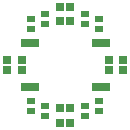
<source format=gbr>
G04 Layer_Color=255*
%FSLAX25Y25*%
%MOIN*%
%TF.FileFunction,Pads,Top*%
%TF.Part,Single*%
G01*
G75*
%TA.AperFunction,SMDPad*%
%ADD10R,0.02559X0.02362*%
%TA.AperFunction,SMDPad*%
%ADD11R,0.02559X0.02559*%
%TA.AperFunction,SMDPad*%
%ADD12R,0.02559X0.02559*%
%TA.AperFunction,SMDPad*%
%ADD13R,0.06221X0.03150*%
D10*
X347500Y371173D02*
D03*
Y367827D02*
D03*
X361000Y371173D02*
D03*
Y367827D02*
D03*
X343000Y338827D02*
D03*
Y342173D02*
D03*
X343000Y369673D02*
D03*
Y366327D02*
D03*
X361000Y337327D02*
D03*
Y340673D02*
D03*
X347500Y337327D02*
D03*
Y340673D02*
D03*
X365500Y369673D02*
D03*
Y366327D02*
D03*
X365500Y338827D02*
D03*
Y342173D02*
D03*
D11*
X356004Y373721D02*
D03*
X352658D02*
D03*
X356004Y368799D02*
D03*
X352658D02*
D03*
Y334941D02*
D03*
X356004D02*
D03*
X352658Y339863D02*
D03*
X356004D02*
D03*
D12*
X339863Y352658D02*
D03*
Y356004D02*
D03*
X334941Y352658D02*
D03*
Y356004D02*
D03*
X368799D02*
D03*
Y352658D02*
D03*
X373721Y356004D02*
D03*
Y352658D02*
D03*
D13*
X342520Y361614D02*
D03*
X366142D02*
D03*
X342520Y347048D02*
D03*
X366142D02*
D03*
%TF.MD5,D85FB464DC364FA2018888A4AE568925*%
M02*

</source>
